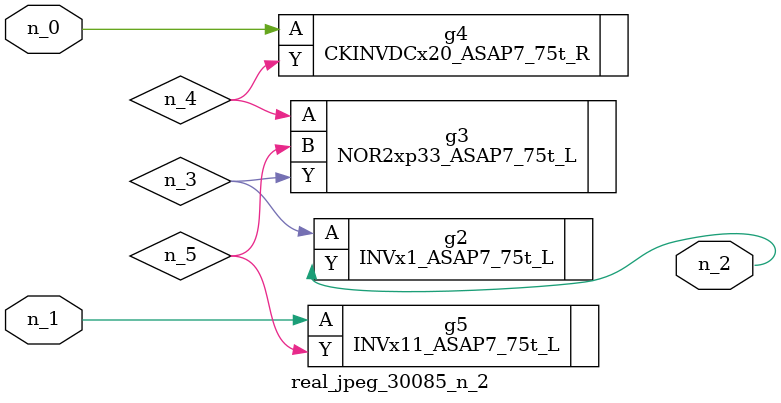
<source format=v>
module real_jpeg_30085_n_2 (n_1, n_0, n_2);

input n_1;
input n_0;

output n_2;

wire n_5;
wire n_4;
wire n_3;

CKINVDCx20_ASAP7_75t_R g4 ( 
.A(n_0),
.Y(n_4)
);

INVx11_ASAP7_75t_L g5 ( 
.A(n_1),
.Y(n_5)
);

INVx1_ASAP7_75t_L g2 ( 
.A(n_3),
.Y(n_2)
);

NOR2xp33_ASAP7_75t_L g3 ( 
.A(n_4),
.B(n_5),
.Y(n_3)
);


endmodule
</source>
